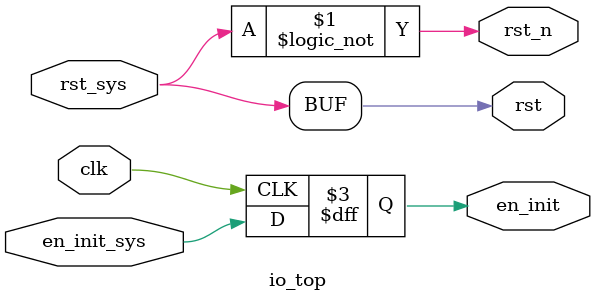
<source format=v>

`timescale 1ns / 100ps
`include "common.h"

module io_top
(
    // clk
    clk,
    // input
    rst_sys,
    en_init_sys,
    // output
    rst,
    rst_n,
    en_init
);

////////////////////////////////////////////////////////////
//  parameters
////////////////////////////////////////////////////////////


////////////////////////////////////////////////////////////
// ports
////////////////////////////////////////////////////////////
input wire clk;

input wire rst_sys;
input wire en_init_sys;

//output reg rst;
//output reg rst_n;
output wire rst;
output wire rst_n;
output reg en_init;



////////////////////////////////////////////////////////////
// internals
////////////////////////////////////////////////////////////

////////////////////////////////////////////////////////////
// combinational logic
////////////////////////////////////////////////////////////

////////////////////////////////////////////////////////////
// sequential logic
////////////////////////////////////////////////////////////


/*
always@(posedge clk)
begin
    rst <= rst_sys;
end

always@(posedge clk)
begin
    rst_n <= !rst_sys;
end
*/

assign rst = rst_sys;
assign rst_n = !rst_sys;


always@(posedge clk)
begin
    en_init <= en_init_sys;
end



endmodule

</source>
